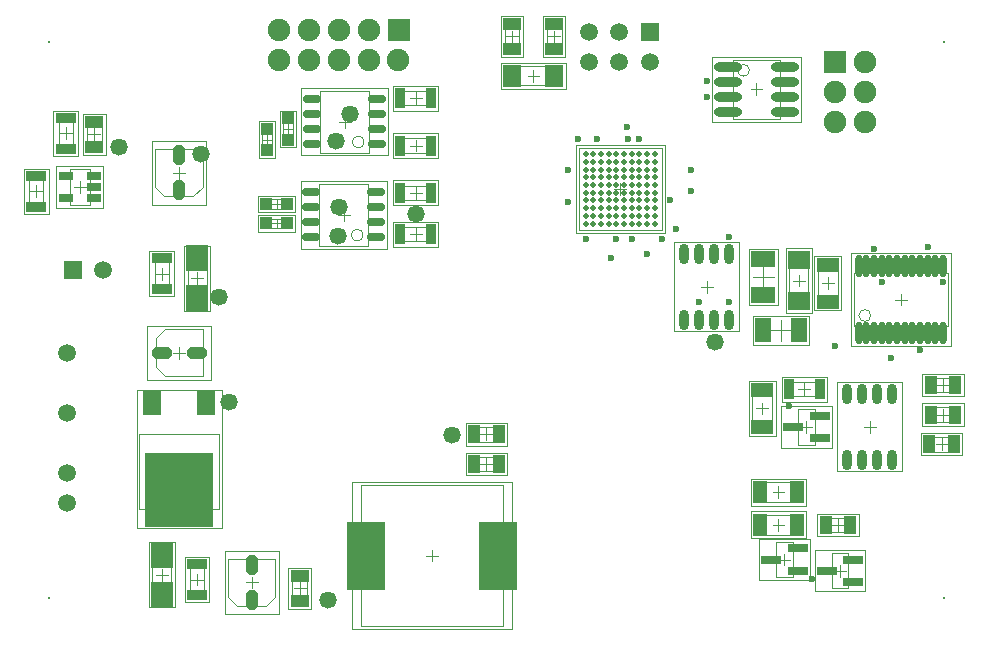
<source format=gts>
G04 Layer_Color=8388736*
%FSLAX42Y42*%
%MOMM*%
G71*
G01*
G75*
%ADD36C,0.10*%
%ADD42C,0.05*%
%ADD53R,1.30X0.80*%
%ADD54O,0.80X1.75*%
%ADD55R,1.95X1.20*%
%ADD56R,1.10X1.60*%
%ADD57R,1.20X1.95*%
%ADD58O,1.55X0.75*%
G04:AMPARAMS|DCode=59|XSize=1mm|YSize=1.7mm|CornerRadius=0mm|HoleSize=0mm|Usage=FLASHONLY|Rotation=90.000|XOffset=0mm|YOffset=0mm|HoleType=Round|Shape=Octagon|*
%AMOCTAGOND59*
4,1,8,-0.85,-0.25,-0.85,0.25,-0.60,0.50,0.60,0.50,0.85,0.25,0.85,-0.25,0.60,-0.50,-0.60,-0.50,-0.85,-0.25,0.0*
%
%ADD59OCTAGOND59*%

G04:AMPARAMS|DCode=60|XSize=1mm|YSize=1.7mm|CornerRadius=0mm|HoleSize=0mm|Usage=FLASHONLY|Rotation=180.000|XOffset=0mm|YOffset=0mm|HoleType=Round|Shape=Octagon|*
%AMOCTAGOND60*
4,1,8,0.25,-0.85,-0.25,-0.85,-0.50,-0.60,-0.50,0.60,-0.25,0.85,0.25,0.85,0.50,0.60,0.50,-0.60,0.25,-0.85,0.0*
%
%ADD60OCTAGOND60*%

%ADD61R,1.85X2.20*%
%ADD62O,0.60X1.90*%
%ADD63C,0.49*%
%ADD64R,3.30X5.80*%
%ADD65R,1.75X0.90*%
%ADD66R,0.90X1.75*%
%ADD67R,2.00X1.35*%
%ADD68R,1.35X2.00*%
%ADD69R,1.60X1.10*%
%ADD70R,1.10X1.00*%
%ADD71R,1.00X1.10*%
%ADD72R,1.75X0.80*%
%ADD73R,5.75X6.30*%
%ADD74R,1.50X2.00*%
%ADD75O,2.40X0.80*%
%ADD76R,1.85X1.65*%
%ADD77R,1.65X1.85*%
%ADD78R,1.50X1.50*%
%ADD79C,1.50*%
%ADD80C,1.90*%
%ADD81R,1.90X1.90*%
%ADD82R,1.90X1.90*%
%ADD83C,0.20*%
%ADD84C,0.60*%
%ADD85C,1.47*%
D36*
X3064Y4265D02*
G03*
X3064Y4265I-50J0D01*
G01*
X3056Y3477D02*
G03*
X3056Y3477I-50J0D01*
G01*
X7354Y2796D02*
G03*
X7354Y2796I-50J0D01*
G01*
X6326Y4872D02*
G03*
X6326Y4872I-50J0D01*
G01*
X570Y4035D02*
X745D01*
X570Y3733D02*
X745D01*
X570D02*
Y4035D01*
X745Y3733D02*
Y4035D01*
X6519Y1849D02*
Y2169D01*
X6349Y1849D02*
Y2169D01*
X6519D01*
X6349Y1849D02*
X6519D01*
X7865Y2270D02*
X8065D01*
X7865Y2145D02*
X8065D01*
X7865D02*
Y2270D01*
X8065Y2145D02*
Y2270D01*
X7865Y2020D02*
X8065D01*
X7865Y1895D02*
X8065D01*
X7865D02*
Y2020D01*
X8065Y1895D02*
Y2020D01*
X7855Y1644D02*
X8055D01*
X7855Y1769D02*
X8055D01*
Y1644D02*
Y1769D01*
X7855Y1644D02*
Y1769D01*
X6412Y1386D02*
X6732D01*
X6412Y1216D02*
X6732D01*
X6412D02*
Y1386D01*
X6732Y1216D02*
Y1386D01*
X3104Y4176D02*
Y4696D01*
X2694Y4176D02*
Y4696D01*
Y4176D02*
X3104D01*
X2694Y4696D02*
X3104D01*
X3096Y3387D02*
Y3907D01*
X2686Y3387D02*
Y3907D01*
Y3387D02*
X3096D01*
X2686Y3907D02*
X3096D01*
X1300Y2361D02*
Y2606D01*
X1375Y2681D01*
X1700D01*
X1380Y2281D02*
X1700D01*
X1300Y2361D02*
X1380Y2281D01*
X1700D02*
Y2681D01*
X1988Y336D02*
X2233D01*
X1912Y411D02*
X1988Y336D01*
X1912Y411D02*
Y736D01*
X2312Y416D02*
Y736D01*
X2233Y336D02*
X2312Y416D01*
X1912Y736D02*
X2312D01*
X1371Y3806D02*
X1616D01*
X1296Y3881D02*
X1371Y3806D01*
X1296Y3881D02*
Y4206D01*
X1696Y3886D02*
Y4206D01*
X1616Y3806D02*
X1696Y3886D01*
X1296Y4206D02*
X1696D01*
X1570Y2901D02*
Y3321D01*
X1730Y2901D02*
Y3321D01*
X1570Y2901D02*
X1730D01*
X1570Y3321D02*
X1730D01*
X1430Y391D02*
Y811D01*
X1270Y391D02*
Y811D01*
X1430D01*
X1270Y391D02*
X1430D01*
X7214Y2706D02*
X8004D01*
X7214Y3156D02*
X8004D01*
X7214Y2706D02*
Y3156D01*
X8004Y2706D02*
Y3156D01*
X4883Y3517D02*
Y4217D01*
X5583Y3517D02*
Y4217D01*
X4883D02*
X5583D01*
X4883Y3517D02*
X5583D01*
X3040Y164D02*
Y1364D01*
X4240Y164D02*
Y1364D01*
X3040D02*
X4240D01*
X3040Y164D02*
X4240D01*
X7074Y2909D02*
Y3229D01*
X6904Y2909D02*
Y3229D01*
X7074D01*
X6904Y2909D02*
X7074D01*
X6412Y940D02*
X6732D01*
X6412Y1110D02*
X6732D01*
Y940D02*
Y1110D01*
X6412Y940D02*
Y1110D01*
X228Y3749D02*
Y3949D01*
X348Y3749D02*
Y3949D01*
X228Y3749D02*
X348D01*
X228Y3949D02*
X348D01*
X478Y4239D02*
Y4439D01*
X598Y4239D02*
Y4439D01*
X478Y4239D02*
X598D01*
X478Y4439D02*
X598D01*
X6691Y2111D02*
X6891D01*
X6691Y2231D02*
X6891D01*
Y2111D02*
Y2231D01*
X6691Y2111D02*
Y2231D01*
X3403Y4575D02*
X3603D01*
X3403Y4695D02*
X3603D01*
Y4575D02*
Y4695D01*
X3403Y4575D02*
Y4695D01*
Y4175D02*
X3603D01*
X3403Y4295D02*
X3603D01*
Y4175D02*
Y4295D01*
X3403Y4175D02*
Y4295D01*
Y3775D02*
X3603D01*
X3403Y3895D02*
X3603D01*
Y3775D02*
Y3895D01*
X3403Y3775D02*
Y3895D01*
Y3425D02*
X3603D01*
X3403Y3545D02*
X3603D01*
Y3425D02*
Y3545D01*
X3403Y3425D02*
Y3545D01*
X1290Y3051D02*
Y3251D01*
X1410Y3051D02*
Y3251D01*
X1290Y3051D02*
X1410D01*
X1290Y3251D02*
X1410D01*
X1590Y461D02*
Y661D01*
X1710Y461D02*
Y661D01*
X1590Y461D02*
X1710D01*
X1590Y661D02*
X1710D01*
X2456Y388D02*
Y588D01*
X2581Y388D02*
Y588D01*
X2456Y388D02*
X2581D01*
X2456Y588D02*
X2581D01*
X3999Y1477D02*
X4199D01*
X3999Y1602D02*
X4199D01*
Y1477D02*
Y1602D01*
X3999Y1477D02*
Y1602D01*
Y1727D02*
X4199D01*
X3999Y1852D02*
X4199D01*
Y1727D02*
Y1852D01*
X3999Y1727D02*
Y1852D01*
X718Y4230D02*
Y4430D01*
X843Y4230D02*
Y4430D01*
X718Y4230D02*
X843D01*
X718Y4430D02*
X843D01*
X6976Y959D02*
X7176D01*
X6976Y1084D02*
X7176D01*
Y959D02*
Y1084D01*
X6976Y959D02*
Y1084D01*
X4254Y5059D02*
Y5259D01*
X4379Y5059D02*
Y5259D01*
X4254Y5059D02*
X4379D01*
X4254Y5259D02*
X4379D01*
X4612Y5059D02*
Y5259D01*
X4737Y5059D02*
Y5259D01*
X4612Y5059D02*
X4737D01*
X4612Y5259D02*
X4737D01*
X2381Y4295D02*
Y4455D01*
X2461Y4295D02*
Y4455D01*
X2381Y4295D02*
X2461D01*
X2381Y4455D02*
X2461D01*
X2203Y4205D02*
Y4365D01*
X2283Y4205D02*
Y4365D01*
X2203Y4205D02*
X2283D01*
X2203Y4365D02*
X2283D01*
X2244Y3779D02*
X2404D01*
X2244Y3699D02*
X2404D01*
X2244D02*
Y3779D01*
X2404Y3699D02*
Y3779D01*
X2244Y3616D02*
X2404D01*
X2244Y3536D02*
X2404D01*
X2244D02*
Y3616D01*
X2404Y3536D02*
Y3616D01*
X6553Y880D02*
X6693D01*
X6553Y580D02*
X6693D01*
X6553D02*
Y880D01*
X6693Y580D02*
Y880D01*
X6739Y2001D02*
X6879D01*
X6739Y1701D02*
X6879D01*
X6739D02*
Y2001D01*
X6879Y1701D02*
Y2001D01*
X7022Y785D02*
X7162D01*
X7022Y485D02*
X7162D01*
X7022D02*
Y785D01*
X7162Y485D02*
Y785D01*
X1162Y1156D02*
Y1791D01*
X1838Y1156D02*
Y1791D01*
X1162Y1156D02*
X1838D01*
X1162Y1791D02*
X1838D01*
X6186Y4462D02*
X6586D01*
X6186Y4962D02*
X6586D01*
Y4462D02*
Y4962D01*
X6186Y4462D02*
Y4962D01*
X6825Y2883D02*
Y3303D01*
X6665Y2883D02*
Y3303D01*
X6825D01*
X6665Y2883D02*
X6825D01*
X4288Y4747D02*
X4708D01*
X4288Y4907D02*
X4708D01*
Y4747D02*
Y4907D01*
X4288Y4747D02*
Y4907D01*
X657Y3834D02*
Y3934D01*
X607Y3884D02*
X707D01*
X5964Y2989D02*
Y3089D01*
X5914Y3039D02*
X6014D01*
X6384Y2009D02*
X6484D01*
X6434Y1959D02*
Y2059D01*
X7344Y1804D02*
Y1904D01*
X7294Y1854D02*
X7394D01*
X7965Y2157D02*
Y2257D01*
X7915Y2207D02*
X8015D01*
X7965Y1907D02*
Y2007D01*
X7915Y1957D02*
X8015D01*
X7955Y1656D02*
Y1756D01*
X7905Y1706D02*
X8005D01*
X6572Y1251D02*
Y1351D01*
X6522Y1301D02*
X6622D01*
X2849Y4435D02*
X2949D01*
X2899Y4385D02*
Y4485D01*
X2841Y3647D02*
X2941D01*
X2891Y3597D02*
Y3697D01*
X1500Y2431D02*
Y2531D01*
X1450Y2481D02*
X1550D01*
X2062Y536D02*
X2162D01*
X2112Y486D02*
Y586D01*
X1446Y4006D02*
X1546D01*
X1496Y3956D02*
Y4056D01*
X1600Y3111D02*
X1700D01*
X1650Y3061D02*
Y3161D01*
X1300Y601D02*
X1400D01*
X1350Y551D02*
Y651D01*
X7609Y2881D02*
Y2981D01*
X7559Y2931D02*
X7659D01*
X5183Y3867D02*
X5283D01*
X5233Y3817D02*
Y3917D01*
X3590Y764D02*
X3690D01*
X3640Y714D02*
Y814D01*
X6939Y3069D02*
X7039D01*
X6989Y3019D02*
Y3119D01*
X6572Y975D02*
Y1075D01*
X6522Y1025D02*
X6622D01*
X238Y3849D02*
X338D01*
X288Y3799D02*
Y3899D01*
X488Y4339D02*
X588D01*
X538Y4289D02*
Y4389D01*
X6791Y2121D02*
Y2221D01*
X6741Y2171D02*
X6841D01*
X3503Y4585D02*
Y4685D01*
X3453Y4635D02*
X3553D01*
X3503Y4185D02*
Y4285D01*
X3453Y4235D02*
X3553D01*
X3503Y3785D02*
Y3885D01*
X3453Y3835D02*
X3553D01*
X3503Y3435D02*
Y3535D01*
X3453Y3485D02*
X3553D01*
X1300Y3151D02*
X1400D01*
X1350Y3101D02*
Y3201D01*
X1600Y561D02*
X1700D01*
X1650Y511D02*
Y611D01*
X6325Y3361D02*
X6565D01*
X6325Y2881D02*
Y3361D01*
Y2881D02*
X6565D01*
Y3361D01*
X6355Y3121D02*
X6535D01*
X6445Y3031D02*
Y3211D01*
X6835Y2550D02*
Y2790D01*
X6355D02*
X6835D01*
X6355Y2550D02*
Y2790D01*
Y2550D02*
X6835D01*
X6595Y2580D02*
Y2760D01*
X6505Y2670D02*
X6685D01*
X2469Y488D02*
X2569D01*
X2519Y438D02*
Y538D01*
X4099Y1490D02*
Y1590D01*
X4049Y1540D02*
X4149D01*
X4099Y1740D02*
Y1840D01*
X4049Y1790D02*
X4149D01*
X730Y4330D02*
X830D01*
X780Y4280D02*
Y4380D01*
X7076Y971D02*
Y1071D01*
X7026Y1021D02*
X7126D01*
X4267Y5159D02*
X4367D01*
X4317Y5109D02*
Y5209D01*
X4624Y5159D02*
X4724D01*
X4674Y5109D02*
Y5209D01*
X2381Y4375D02*
X2461D01*
X2421Y4335D02*
Y4415D01*
X2203Y4285D02*
X2283D01*
X2243Y4245D02*
Y4325D01*
X2324Y3699D02*
Y3779D01*
X2284Y3739D02*
X2364D01*
X2324Y3536D02*
Y3616D01*
X2284Y3576D02*
X2364D01*
X6623Y680D02*
Y780D01*
X6573Y730D02*
X6673D01*
X6809Y1801D02*
Y1901D01*
X6759Y1851D02*
X6859D01*
X7093Y585D02*
Y685D01*
X7043Y635D02*
X7143D01*
X1450Y1581D02*
X1550D01*
X1500Y1531D02*
Y1631D01*
X6386Y4662D02*
Y4762D01*
X6336Y4712D02*
X6436D01*
X6695Y3092D02*
X6795D01*
X6745Y3042D02*
Y3142D01*
X4498Y4777D02*
Y4877D01*
X4448Y4827D02*
X4548D01*
D42*
X457Y4059D02*
X857D01*
X457Y3709D02*
X857D01*
X457D02*
Y4059D01*
X857Y3709D02*
Y4059D01*
X5689Y3416D02*
X6239D01*
X5689Y2661D02*
X6239D01*
Y3416D01*
X5689Y2661D02*
Y3416D01*
X6549Y1779D02*
Y2239D01*
X6319Y1779D02*
Y2239D01*
X6549D01*
X6319Y1779D02*
X6549D01*
X7069Y2231D02*
X7619D01*
X7069Y1476D02*
X7619D01*
Y2231D01*
X7069Y1476D02*
Y2231D01*
X7790Y2302D02*
X8140D01*
X7790Y2112D02*
X8140D01*
X7790D02*
Y2302D01*
X8140Y2112D02*
Y2302D01*
X7790Y2052D02*
X8140D01*
X7790Y1862D02*
X8140D01*
X7790D02*
Y2052D01*
X8140Y1862D02*
Y2052D01*
X7780Y1611D02*
X8130D01*
X7780Y1801D02*
X8130D01*
Y1611D02*
Y1801D01*
X7780Y1611D02*
Y1801D01*
X6342Y1416D02*
X6803D01*
X6342Y1186D02*
X6803D01*
X6342D02*
Y1416D01*
X6803Y1186D02*
Y1416D01*
X3264Y4151D02*
Y4721D01*
X2534Y4151D02*
Y4721D01*
Y4151D02*
X3264D01*
X2534Y4721D02*
X3264D01*
X3256Y3362D02*
Y3932D01*
X2526Y3362D02*
Y3932D01*
Y3362D02*
X3256D01*
X2526Y3932D02*
X3256D01*
X1230Y2251D02*
X1770D01*
X1230Y2711D02*
X1770D01*
Y2251D02*
Y2711D01*
X1230Y2251D02*
Y2711D01*
X2342Y266D02*
Y806D01*
X1883Y266D02*
Y806D01*
X2342D01*
X1883Y266D02*
X2342D01*
X1726Y3736D02*
Y4276D01*
X1266Y3736D02*
Y4276D01*
X1726D01*
X1266Y3736D02*
X1726D01*
X1760Y2836D02*
Y3386D01*
X1540Y2836D02*
X1760D01*
X1540D02*
Y3386D01*
X1760D01*
X1240Y326D02*
Y876D01*
X1460D01*
Y326D02*
Y876D01*
X1240Y326D02*
X1460D01*
X7189Y2536D02*
X8029D01*
X7189Y3326D02*
X8029D01*
X7189Y2536D02*
Y3326D01*
X8029Y2536D02*
Y3326D01*
X4858Y3492D02*
Y4242D01*
X5608Y3492D02*
Y4242D01*
X4858D02*
X5608D01*
X4858Y3492D02*
X5608D01*
X2965Y139D02*
Y1389D01*
X4315Y139D02*
Y1389D01*
X2965D02*
X4315D01*
X2965Y139D02*
X4315D01*
X7104Y2839D02*
Y3299D01*
X6874Y2839D02*
Y3299D01*
X7104D01*
X6874Y2839D02*
X7104D01*
X6342Y910D02*
X6803D01*
X6342Y1140D02*
X6803D01*
Y910D02*
Y1140D01*
X6342Y910D02*
Y1140D01*
X183Y3659D02*
Y4039D01*
X393Y3659D02*
Y4039D01*
X183Y3659D02*
X393D01*
X183Y4039D02*
X393D01*
X433Y4149D02*
Y4529D01*
X643Y4149D02*
Y4529D01*
X433Y4149D02*
X643D01*
X433Y4529D02*
X643D01*
X6601Y2066D02*
X6981D01*
X6601Y2276D02*
X6981D01*
Y2066D02*
Y2276D01*
X6601Y2066D02*
Y2276D01*
X3312Y4530D02*
X3692D01*
X3312Y4740D02*
X3692D01*
Y4530D02*
Y4740D01*
X3312Y4530D02*
Y4740D01*
Y4130D02*
X3692D01*
X3312Y4340D02*
X3692D01*
Y4130D02*
Y4340D01*
X3312Y4130D02*
Y4340D01*
Y3730D02*
X3692D01*
X3312Y3940D02*
X3692D01*
Y3730D02*
Y3940D01*
X3312Y3730D02*
Y3940D01*
Y3380D02*
X3692D01*
X3312Y3590D02*
X3692D01*
Y3380D02*
Y3590D01*
X3312Y3380D02*
Y3590D01*
X1245Y2961D02*
Y3341D01*
X1455Y2961D02*
Y3341D01*
X1245Y2961D02*
X1455D01*
X1245Y3341D02*
X1455D01*
X1545Y371D02*
Y751D01*
X1755Y371D02*
Y751D01*
X1545Y371D02*
X1755D01*
X1545Y751D02*
X1755D01*
X2424Y312D02*
Y662D01*
X2614Y312D02*
Y662D01*
X2424Y312D02*
X2614D01*
X2424Y662D02*
X2614D01*
X3924Y1445D02*
X4274D01*
X3924Y1635D02*
X4274D01*
Y1445D02*
Y1635D01*
X3924Y1445D02*
Y1635D01*
Y1695D02*
X4274D01*
X3924Y1885D02*
X4274D01*
Y1695D02*
Y1885D01*
X3924Y1695D02*
Y1885D01*
X685Y4155D02*
Y4505D01*
X875Y4155D02*
Y4505D01*
X685Y4155D02*
X875D01*
X685Y4505D02*
X875D01*
X6901Y926D02*
X7251D01*
X6901Y1116D02*
X7251D01*
Y926D02*
Y1116D01*
X6901Y926D02*
Y1116D01*
X4222Y4984D02*
Y5334D01*
X4412Y4984D02*
Y5334D01*
X4222Y4984D02*
X4412D01*
X4222Y5334D02*
X4412D01*
X4579Y4984D02*
Y5334D01*
X4769Y4984D02*
Y5334D01*
X4579Y4984D02*
X4769D01*
X4579Y5334D02*
X4769D01*
X2351Y4220D02*
Y4530D01*
X2491Y4220D02*
Y4530D01*
X2351Y4220D02*
X2491D01*
X2351Y4530D02*
X2491D01*
X2173Y4130D02*
Y4440D01*
X2313Y4130D02*
Y4440D01*
X2173Y4130D02*
X2313D01*
X2173Y4440D02*
X2313D01*
X2169Y3809D02*
X2479D01*
X2169Y3669D02*
X2479D01*
X2169D02*
Y3809D01*
X2479Y3669D02*
Y3809D01*
X2169Y3646D02*
X2479D01*
X2169Y3506D02*
X2479D01*
X2169D02*
Y3646D01*
X2479Y3506D02*
Y3646D01*
X6408Y905D02*
X6838D01*
X6408Y555D02*
X6838D01*
X6408D02*
Y905D01*
X6838Y555D02*
Y905D01*
X6594Y2026D02*
X7024D01*
X6594Y1676D02*
X7024D01*
X6594D02*
Y2026D01*
X7024Y1676D02*
Y2026D01*
X6878Y810D02*
X7307D01*
X6878Y460D02*
X7307D01*
X6878D02*
Y810D01*
X7307Y460D02*
Y810D01*
X1138Y994D02*
Y2169D01*
X1862Y994D02*
Y2169D01*
X1138Y994D02*
X1862D01*
X1138Y2169D02*
X1862D01*
X6011Y4438D02*
X6761D01*
X6011Y4988D02*
X6761D01*
Y4438D02*
Y4988D01*
X6011Y4438D02*
Y4988D01*
X6635Y2817D02*
Y3367D01*
X6855D01*
Y2817D02*
Y3367D01*
X6635Y2817D02*
X6855D01*
X4223Y4937D02*
X4773D01*
Y4717D02*
Y4937D01*
X4223Y4717D02*
X4773D01*
X4223D02*
Y4937D01*
D53*
X538Y3789D02*
D03*
Y3979D02*
D03*
X778D02*
D03*
Y3884D02*
D03*
Y3789D02*
D03*
D54*
X6154Y3316D02*
D03*
X6027D02*
D03*
X5900D02*
D03*
X5773D02*
D03*
X6154Y2761D02*
D03*
X6027D02*
D03*
X5900D02*
D03*
X5773D02*
D03*
X7534Y2131D02*
D03*
X7407D02*
D03*
X7280D02*
D03*
X7153D02*
D03*
X7534Y1576D02*
D03*
X7407D02*
D03*
X7280D02*
D03*
X7153D02*
D03*
D55*
X6434Y2164D02*
D03*
Y1854D02*
D03*
X6989Y3224D02*
D03*
Y2914D02*
D03*
D56*
X7860Y2207D02*
D03*
X8070D02*
D03*
X7860Y1957D02*
D03*
X8070D02*
D03*
X8060Y1706D02*
D03*
X7850D02*
D03*
X4204Y1540D02*
D03*
X3994D02*
D03*
X4204Y1790D02*
D03*
X3994D02*
D03*
X7181Y1021D02*
D03*
X6971D02*
D03*
D57*
X6418Y1301D02*
D03*
X6728D02*
D03*
Y1025D02*
D03*
X6418D02*
D03*
D58*
X3174Y4245D02*
D03*
Y4372D02*
D03*
Y4499D02*
D03*
Y4626D02*
D03*
X2624Y4245D02*
D03*
Y4372D02*
D03*
Y4499D02*
D03*
Y4626D02*
D03*
X3166Y3457D02*
D03*
Y3584D02*
D03*
Y3711D02*
D03*
Y3838D02*
D03*
X2616Y3457D02*
D03*
Y3584D02*
D03*
Y3711D02*
D03*
Y3838D02*
D03*
D59*
X1648Y2481D02*
D03*
X1352D02*
D03*
D60*
X2112Y684D02*
D03*
Y389D02*
D03*
X1496Y4154D02*
D03*
Y3859D02*
D03*
D61*
X1650Y2941D02*
D03*
Y3281D02*
D03*
X1350Y771D02*
D03*
Y431D02*
D03*
D62*
X7251Y2644D02*
D03*
X7316D02*
D03*
X7381D02*
D03*
X7446D02*
D03*
X7511D02*
D03*
X7576D02*
D03*
X7641D02*
D03*
X7706D02*
D03*
X7771D02*
D03*
X7836D02*
D03*
X7901D02*
D03*
X7966D02*
D03*
X7251Y3219D02*
D03*
X7316D02*
D03*
X7381D02*
D03*
X7446D02*
D03*
X7511D02*
D03*
X7576D02*
D03*
X7641D02*
D03*
X7706D02*
D03*
X7771D02*
D03*
X7836D02*
D03*
X7901D02*
D03*
X7966D02*
D03*
D63*
X4940Y4160D02*
D03*
X5005D02*
D03*
X5070D02*
D03*
X5135D02*
D03*
X5200D02*
D03*
X5265D02*
D03*
X5330D02*
D03*
X5395D02*
D03*
X5460D02*
D03*
X5525D02*
D03*
X4940Y4095D02*
D03*
X5005D02*
D03*
X5070D02*
D03*
X5135D02*
D03*
X5200D02*
D03*
X5265D02*
D03*
X5330D02*
D03*
X5395D02*
D03*
X5460D02*
D03*
X5525D02*
D03*
X4940Y4030D02*
D03*
X5005D02*
D03*
X5070D02*
D03*
X5135D02*
D03*
X5200D02*
D03*
X5265D02*
D03*
X5330D02*
D03*
X5395D02*
D03*
X5460D02*
D03*
X5525D02*
D03*
X4940Y3965D02*
D03*
X5005D02*
D03*
X5070D02*
D03*
X5135D02*
D03*
X5200D02*
D03*
X5265D02*
D03*
X5330D02*
D03*
X5395D02*
D03*
X5460D02*
D03*
X5525D02*
D03*
X4940Y3900D02*
D03*
X5005D02*
D03*
X5070D02*
D03*
X5135D02*
D03*
X5200D02*
D03*
X5265D02*
D03*
X5330D02*
D03*
X5395D02*
D03*
X5460D02*
D03*
X5525D02*
D03*
X4940Y3835D02*
D03*
X5005D02*
D03*
X5070D02*
D03*
X5135D02*
D03*
X5200D02*
D03*
X5265D02*
D03*
X5330D02*
D03*
X5395D02*
D03*
X5460D02*
D03*
X5525D02*
D03*
X4940Y3770D02*
D03*
X5005D02*
D03*
X5070D02*
D03*
X5135D02*
D03*
X5200D02*
D03*
X5265D02*
D03*
X5330D02*
D03*
X5395D02*
D03*
X5460D02*
D03*
X5525D02*
D03*
X4940Y3705D02*
D03*
X5005D02*
D03*
X5070D02*
D03*
X5135D02*
D03*
X5200D02*
D03*
X5265D02*
D03*
X5330D02*
D03*
X5395D02*
D03*
X5460D02*
D03*
X5525D02*
D03*
X4940Y3640D02*
D03*
X5005D02*
D03*
X5070D02*
D03*
X5135D02*
D03*
X5200D02*
D03*
X5265D02*
D03*
X5330D02*
D03*
X5395D02*
D03*
X5460D02*
D03*
X5525D02*
D03*
X4940Y3575D02*
D03*
X5005D02*
D03*
X5070D02*
D03*
X5135D02*
D03*
X5200D02*
D03*
X5265D02*
D03*
X5330D02*
D03*
X5395D02*
D03*
X5460D02*
D03*
X5525D02*
D03*
D64*
X3081Y764D02*
D03*
X4199D02*
D03*
D65*
X288Y3719D02*
D03*
Y3979D02*
D03*
X538Y4209D02*
D03*
Y4469D02*
D03*
X1350Y3021D02*
D03*
Y3281D02*
D03*
X1650Y431D02*
D03*
Y691D02*
D03*
D66*
X6921Y2171D02*
D03*
X6661D02*
D03*
X3633Y4635D02*
D03*
X3372D02*
D03*
X3633Y4235D02*
D03*
X3372D02*
D03*
X3633Y3835D02*
D03*
X3372D02*
D03*
X3633Y3485D02*
D03*
X3372D02*
D03*
D67*
X6445Y2971D02*
D03*
Y3271D02*
D03*
D68*
X6445Y2670D02*
D03*
X6745D02*
D03*
D69*
X2519Y383D02*
D03*
Y593D02*
D03*
X780Y4225D02*
D03*
Y4435D02*
D03*
X4317Y5054D02*
D03*
Y5264D02*
D03*
X4674Y5054D02*
D03*
Y5264D02*
D03*
D70*
X2421Y4285D02*
D03*
Y4465D02*
D03*
X2243Y4195D02*
D03*
Y4375D02*
D03*
D71*
X2234Y3739D02*
D03*
X2414D02*
D03*
X2234Y3576D02*
D03*
X2414D02*
D03*
D72*
X6510Y730D02*
D03*
X6735Y825D02*
D03*
Y635D02*
D03*
X6696Y1851D02*
D03*
X6921Y1946D02*
D03*
Y1756D02*
D03*
X6980Y635D02*
D03*
X7205Y730D02*
D03*
Y540D02*
D03*
D73*
X1500Y1316D02*
D03*
D74*
X1271Y2056D02*
D03*
X1729D02*
D03*
D75*
X6626Y4522D02*
D03*
Y4649D02*
D03*
Y4776D02*
D03*
Y4903D02*
D03*
X6146Y4522D02*
D03*
Y4649D02*
D03*
Y4776D02*
D03*
Y4903D02*
D03*
D76*
X6745Y3270D02*
D03*
Y2915D02*
D03*
D77*
X4675Y4827D02*
D03*
X4320D02*
D03*
D78*
X596Y3181D02*
D03*
X5481Y5200D02*
D03*
D79*
X850Y3181D02*
D03*
X4972Y5200D02*
D03*
Y4946D02*
D03*
X5481D02*
D03*
X5226Y5200D02*
D03*
Y4946D02*
D03*
X550Y2481D02*
D03*
Y1973D02*
D03*
Y1465D02*
D03*
Y1211D02*
D03*
D80*
X7053Y4436D02*
D03*
X7307Y4438D02*
D03*
X7053Y4692D02*
D03*
X7307D02*
D03*
X7308Y4940D02*
D03*
X2342Y5210D02*
D03*
Y4956D02*
D03*
X2596Y5210D02*
D03*
Y4956D02*
D03*
X2850Y5210D02*
D03*
Y4956D02*
D03*
X3104Y5210D02*
D03*
Y4956D02*
D03*
X3355Y4957D02*
D03*
D81*
X7053Y4940D02*
D03*
D82*
X3358Y5210D02*
D03*
D83*
X7975Y5108D02*
D03*
X400Y408D02*
D03*
X7975D02*
D03*
X400Y5108D02*
D03*
D84*
X5834Y4030D02*
D03*
X5395Y4290D02*
D03*
X5151Y3283D02*
D03*
X5460Y3315D02*
D03*
X5834Y3851D02*
D03*
X4875Y4290D02*
D03*
X5290Y4390D02*
D03*
X5200Y3445D02*
D03*
X7836Y3376D02*
D03*
X6154Y3458D02*
D03*
X6156Y2909D02*
D03*
X7053Y2535D02*
D03*
X6662Y2029D02*
D03*
X5964Y4649D02*
D03*
Y4778D02*
D03*
X5297Y4290D02*
D03*
X5038D02*
D03*
X4794Y4030D02*
D03*
X7381Y3360D02*
D03*
X7446Y3077D02*
D03*
X7966D02*
D03*
X7771Y2502D02*
D03*
X6857Y569D02*
D03*
X7524Y2438D02*
D03*
X5900Y2910D02*
D03*
X5704Y3526D02*
D03*
X4940Y3445D02*
D03*
X5590Y3445D02*
D03*
X4794Y3754D02*
D03*
X5330Y3445D02*
D03*
X5655Y3770D02*
D03*
D85*
X2941Y4501D02*
D03*
X6031Y2576D02*
D03*
X3809Y1786D02*
D03*
X3504Y3656D02*
D03*
X1685Y4161D02*
D03*
X1839Y2949D02*
D03*
X1917Y2064D02*
D03*
X991Y4225D02*
D03*
X2827Y4274D02*
D03*
X2851Y3711D02*
D03*
X2844Y3471D02*
D03*
X2755Y389D02*
D03*
M02*

</source>
